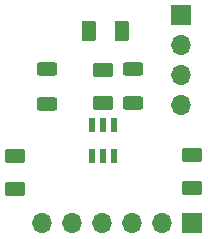
<source format=gbr>
%TF.GenerationSoftware,KiCad,Pcbnew,(6.0.0)*%
%TF.CreationDate,2022-01-16T12:51:45+01:00*%
%TF.ProjectId,HW_watchdog,48575f77-6174-4636-9864-6f672e6b6963,rev?*%
%TF.SameCoordinates,Original*%
%TF.FileFunction,Soldermask,Top*%
%TF.FilePolarity,Negative*%
%FSLAX46Y46*%
G04 Gerber Fmt 4.6, Leading zero omitted, Abs format (unit mm)*
G04 Created by KiCad (PCBNEW (6.0.0)) date 2022-01-16 12:51:45*
%MOMM*%
%LPD*%
G01*
G04 APERTURE LIST*
G04 Aperture macros list*
%AMRoundRect*
0 Rectangle with rounded corners*
0 $1 Rounding radius*
0 $2 $3 $4 $5 $6 $7 $8 $9 X,Y pos of 4 corners*
0 Add a 4 corners polygon primitive as box body*
4,1,4,$2,$3,$4,$5,$6,$7,$8,$9,$2,$3,0*
0 Add four circle primitives for the rounded corners*
1,1,$1+$1,$2,$3*
1,1,$1+$1,$4,$5*
1,1,$1+$1,$6,$7*
1,1,$1+$1,$8,$9*
0 Add four rect primitives between the rounded corners*
20,1,$1+$1,$2,$3,$4,$5,0*
20,1,$1+$1,$4,$5,$6,$7,0*
20,1,$1+$1,$6,$7,$8,$9,0*
20,1,$1+$1,$8,$9,$2,$3,0*%
G04 Aperture macros list end*
%ADD10RoundRect,0.250000X0.625000X-0.375000X0.625000X0.375000X-0.625000X0.375000X-0.625000X-0.375000X0*%
%ADD11RoundRect,0.250000X0.625000X-0.312500X0.625000X0.312500X-0.625000X0.312500X-0.625000X-0.312500X0*%
%ADD12R,0.558800X1.270000*%
%ADD13R,1.700000X1.700000*%
%ADD14O,1.700000X1.700000*%
%ADD15RoundRect,0.250000X-0.375000X-0.625000X0.375000X-0.625000X0.375000X0.625000X-0.375000X0.625000X0*%
G04 APERTURE END LIST*
D10*
%TO.C,D2*%
X124000000Y-132737500D03*
X124000000Y-129937500D03*
%TD*%
D11*
%TO.C,R2*%
X126700000Y-125500000D03*
X126700000Y-122575000D03*
%TD*%
%TO.C,R3*%
X134000000Y-125462500D03*
X134000000Y-122537500D03*
%TD*%
D12*
%TO.C,U1*%
X130460200Y-129932900D03*
X131400000Y-129932900D03*
X132339800Y-129932900D03*
X132339800Y-127342100D03*
X131400000Y-127342100D03*
X130460200Y-127342100D03*
%TD*%
D13*
%TO.C,J1*%
X139000000Y-135625000D03*
D14*
X136460000Y-135625000D03*
X133920000Y-135625000D03*
X131380000Y-135625000D03*
X128840000Y-135625000D03*
X126300000Y-135625000D03*
%TD*%
D10*
%TO.C,D3*%
X139000000Y-132637500D03*
X139000000Y-129837500D03*
%TD*%
D15*
%TO.C,D1*%
X130200000Y-119337500D03*
X133000000Y-119337500D03*
%TD*%
D10*
%TO.C,C1*%
X131400000Y-125437500D03*
X131400000Y-122637500D03*
%TD*%
D13*
%TO.C,J2*%
X138000000Y-118000000D03*
D14*
X138000000Y-120540000D03*
X138000000Y-123080000D03*
X138000000Y-125620000D03*
%TD*%
M02*

</source>
